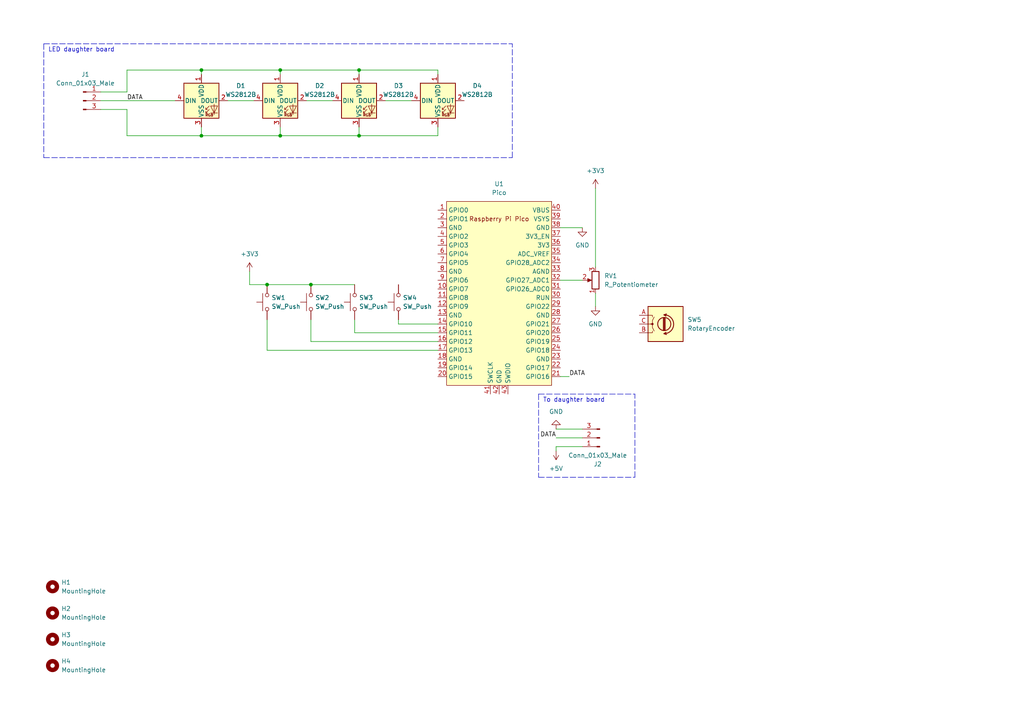
<source format=kicad_sch>
(kicad_sch (version 20211123) (generator eeschema)
  (paper "A4")
  (lib_symbols
    (symbol "Connector:Conn_01x03_Male" (pin_names (offset 1.016) hide)
      (property "Reference" "J" (at 0 5.08 0))
      (property "Value" "Conn_01x03_Male" (at 0 -5.08 0))
      (symbol "Conn_01x03_Male_1_1"
        (polyline (pts (xy 1.27 -2.54) (xy 0.8636 -2.54)) (stroke (width 0.1524)))
        (polyline (pts (xy 1.27 0) (xy 0.8636 0)) (stroke (width 0.1524)))
        (polyline (pts (xy 1.27 2.54) (xy 0.8636 2.54)) (stroke (width 0.1524)))
        (rectangle (start 0.8636 -2.413) (end 0 -2.667) (stroke (width 0.1524)) (fill (type outline)))
        (rectangle (start 0.8636 0.127) (end 0 -0.127) (stroke (width 0.1524)) (fill (type outline)))
        (rectangle (start 0.8636 2.667) (end 0 2.413) (stroke (width 0.1524)) (fill (type outline)))
        (pin passive line (at 5.08 2.54 180) (length 3.81) (name "Pin_1") (number "1"))
        (pin passive line (at 5.08 0 180) (length 3.81) (name "Pin_2") (number "2"))
        (pin passive line (at 5.08 -2.54 180) (length 3.81) (name "Pin_3") (number "3"))
      )
    )
    (symbol "Device:R_Potentiometer" (pin_names (offset 1.016) hide)
      (property "Reference" "RV" (at -4.445 0 90))
      (property "Value" "R_Potentiometer" (at -2.54 0 90))
      (symbol "R_Potentiometer_0_1"
        (polyline (pts (xy 2.54 0) (xy 1.524 0)))
        (polyline (pts (xy 1.143 0) (xy 2.286 0.508) (xy 2.286 -0.508) (xy 1.143 0)) (fill (type outline)))
        (rectangle (start 1.016 2.54) (end -1.016 -2.54) (stroke (width 0.254)))
      )
      (symbol "R_Potentiometer_1_1"
        (pin passive line (at 0 3.81 270) (length 1.27) (name "1") (number "1"))
        (pin passive line (at 3.81 0 180) (length 1.27) (name "2") (number "2"))
        (pin passive line (at 0 -3.81 90) (length 1.27) (name "3") (number "3"))
      )
    )
    (symbol "Device:RotaryEncoder" (pin_names (offset 0.254) hide)
      (property "Reference" "SW" (at 0 6.604 0))
      (property "Value" "RotaryEncoder" (at 0 -6.604 0))
      (symbol "RotaryEncoder_0_1"
        (rectangle (start -5.08 5.08) (end 5.08 -5.08) (stroke (width 0.254)) (fill (type background)))
        (circle (center -3.81 0) (radius 0.254) (fill (type outline)))
        (arc (start -0.381 -2.794) (mid 2.3622 -0.0635) (end -0.381 2.667) (stroke (width 0.254)))
        (circle (center -0.381 0) (radius 1.905) (stroke (width 0.254)))
        (polyline (pts (xy -0.635 -1.778) (xy -0.635 1.778)) (stroke (width 0.254)))
        (polyline (pts (xy -0.381 -1.778) (xy -0.381 1.778)) (stroke (width 0.254)))
        (polyline (pts (xy -0.127 1.778) (xy -0.127 -1.778)) (stroke (width 0.254)))
        (polyline (pts (xy -5.08 -2.54) (xy -3.81 -2.54) (xy -3.81 -2.032)))
        (polyline (pts (xy -5.08 2.54) (xy -3.81 2.54) (xy -3.81 2.032)))
        (polyline (pts (xy 0.254 -3.048) (xy -0.508 -2.794) (xy 0.127 -2.413)) (stroke (width 0.254)))
        (polyline (pts (xy 0.254 2.921) (xy -0.508 2.667) (xy 0.127 2.286)) (stroke (width 0.254)))
        (polyline (pts (xy -5.08 0) (xy -3.81 0) (xy -3.81 -1.016) (xy -3.302 -2.032)))
        (polyline (pts (xy -4.318 0) (xy -3.81 0) (xy -3.81 1.016) (xy -3.302 2.032)))
      )
      (symbol "RotaryEncoder_1_1"
        (pin passive line (at -7.62 2.54 0) (length 2.54) (name "A") (number "A"))
        (pin passive line (at -7.62 -2.54 0) (length 2.54) (name "B") (number "B"))
        (pin passive line (at -7.62 0 0) (length 2.54) (name "C") (number "C"))
      )
    )
    (symbol "LED:WS2812B" (pin_names (offset 0.254))
      (property "Reference" "D" (at 5.08 5.715 0))
      (property "Value" "WS2812B" (at 1.27 -5.715 0))
      (symbol "WS2812B_0_0"
        (text "RGB" (at 2.286 -4.191 0) (effects (font (size 0.762 0.762))))
      )
      (symbol "WS2812B_0_1"
        (polyline (pts (xy 1.27 -3.556) (xy 1.778 -3.556)))
        (polyline (pts (xy 1.27 -2.54) (xy 1.778 -2.54)))
        (polyline (pts (xy 4.699 -3.556) (xy 2.667 -3.556)))
        (polyline (pts (xy 2.286 -2.54) (xy 1.27 -3.556) (xy 1.27 -3.048)))
        (polyline (pts (xy 2.286 -1.524) (xy 1.27 -2.54) (xy 1.27 -2.032)))
        (polyline (pts (xy 3.683 -1.016) (xy 3.683 -3.556) (xy 3.683 -4.064)))
        (polyline (pts (xy 4.699 -1.524) (xy 2.667 -1.524) (xy 3.683 -3.556) (xy 4.699 -1.524)))
        (rectangle (start 5.08 5.08) (end -5.08 -5.08) (stroke (width 0.254)) (fill (type background)))
      )
      (symbol "WS2812B_1_1"
        (pin power_in line (at 0 7.62 270) (length 2.54) (name "VDD") (number "1"))
        (pin output line (at 7.62 0 180) (length 2.54) (name "DOUT") (number "2"))
        (pin power_in line (at 0 -7.62 90) (length 2.54) (name "VSS") (number "3"))
        (pin input line (at -7.62 0 0) (length 2.54) (name "DIN") (number "4"))
      )
    )
    (symbol "MCU_RaspberryPi_and_Boards:Pico"
      (property "Reference" "U" (at -13.97 27.94 0))
      (property "Value" "Pico" (at 0 19.05 0))
      (symbol "Pico_0_0"
        (text "Raspberry Pi Pico" (at 0 21.59 0) (effects (font (size 1.27 1.27))))
      )
      (symbol "Pico_0_1"
        (rectangle (start -15.24 26.67) (end 15.24 -26.67) (fill (type background)))
      )
      (symbol "Pico_1_1"
        (pin bidirectional line (at -17.78 24.13 0) (length 2.54) (name "GPIO0") (number "1"))
        (pin bidirectional line (at -17.78 1.27 0) (length 2.54) (name "GPIO7") (number "10"))
        (pin bidirectional line (at -17.78 -1.27 0) (length 2.54) (name "GPIO8") (number "11"))
        (pin bidirectional line (at -17.78 -3.81 0) (length 2.54) (name "GPIO9") (number "12"))
        (pin power_in line (at -17.78 -6.35 0) (length 2.54) (name "GND") (number "13"))
        (pin bidirectional line (at -17.78 -8.89 0) (length 2.54) (name "GPIO10") (number "14"))
        (pin bidirectional line (at -17.78 -11.43 0) (length 2.54) (name "GPIO11") (number "15"))
        (pin bidirectional line (at -17.78 -13.97 0) (length 2.54) (name "GPIO12") (number "16"))
        (pin bidirectional line (at -17.78 -16.51 0) (length 2.54) (name "GPIO13") (number "17"))
        (pin power_in line (at -17.78 -19.05 0) (length 2.54) (name "GND") (number "18"))
        (pin bidirectional line (at -17.78 -21.59 0) (length 2.54) (name "GPIO14") (number "19"))
        (pin bidirectional line (at -17.78 21.59 0) (length 2.54) (name "GPIO1") (number "2"))
        (pin bidirectional line (at -17.78 -24.13 0) (length 2.54) (name "GPIO15") (number "20"))
        (pin bidirectional line (at 17.78 -24.13 180) (length 2.54) (name "GPIO16") (number "21"))
        (pin bidirectional line (at 17.78 -21.59 180) (length 2.54) (name "GPIO17") (number "22"))
        (pin power_in line (at 17.78 -19.05 180) (length 2.54) (name "GND") (number "23"))
        (pin bidirectional line (at 17.78 -16.51 180) (length 2.54) (name "GPIO18") (number "24"))
        (pin bidirectional line (at 17.78 -13.97 180) (length 2.54) (name "GPIO19") (number "25"))
        (pin bidirectional line (at 17.78 -11.43 180) (length 2.54) (name "GPIO20") (number "26"))
        (pin bidirectional line (at 17.78 -8.89 180) (length 2.54) (name "GPIO21") (number "27"))
        (pin power_in line (at 17.78 -6.35 180) (length 2.54) (name "GND") (number "28"))
        (pin bidirectional line (at 17.78 -3.81 180) (length 2.54) (name "GPIO22") (number "29"))
        (pin power_in line (at -17.78 19.05 0) (length 2.54) (name "GND") (number "3"))
        (pin input line (at 17.78 -1.27 180) (length 2.54) (name "RUN") (number "30"))
        (pin bidirectional line (at 17.78 1.27 180) (length 2.54) (name "GPIO26_ADC0") (number "31"))
        (pin bidirectional line (at 17.78 3.81 180) (length 2.54) (name "GPIO27_ADC1") (number "32"))
        (pin power_in line (at 17.78 6.35 180) (length 2.54) (name "AGND") (number "33"))
        (pin bidirectional line (at 17.78 8.89 180) (length 2.54) (name "GPIO28_ADC2") (number "34"))
        (pin power_in line (at 17.78 11.43 180) (length 2.54) (name "ADC_VREF") (number "35"))
        (pin power_in line (at 17.78 13.97 180) (length 2.54) (name "3V3") (number "36"))
        (pin input line (at 17.78 16.51 180) (length 2.54) (name "3V3_EN") (number "37"))
        (pin bidirectional line (at 17.78 19.05 180) (length 2.54) (name "GND") (number "38"))
        (pin power_in line (at 17.78 21.59 180) (length 2.54) (name "VSYS") (number "39"))
        (pin bidirectional line (at -17.78 16.51 0) (length 2.54) (name "GPIO2") (number "4"))
        (pin power_in line (at 17.78 24.13 180) (length 2.54) (name "VBUS") (number "40"))
        (pin input line (at -2.54 -29.21 90) (length 2.54) (name "SWCLK") (number "41"))
        (pin power_in line (at 0 -29.21 90) (length 2.54) (name "GND") (number "42"))
        (pin bidirectional line (at 2.54 -29.21 90) (length 2.54) (name "SWDIO") (number "43"))
        (pin bidirectional line (at -17.78 13.97 0) (length 2.54) (name "GPIO3") (number "5"))
        (pin bidirectional line (at -17.78 11.43 0) (length 2.54) (name "GPIO4") (number "6"))
        (pin bidirectional line (at -17.78 8.89 0) (length 2.54) (name "GPIO5") (number "7"))
        (pin power_in line (at -17.78 6.35 0) (length 2.54) (name "GND") (number "8"))
        (pin bidirectional line (at -17.78 3.81 0) (length 2.54) (name "GPIO6") (number "9"))
      )
    )
    (symbol "Mechanical:MountingHole" (pin_names (offset 1.016))
      (property "Reference" "H" (at 0 5.08 0))
      (property "Value" "MountingHole" (at 0 3.175 0))
      (symbol "MountingHole_0_1"
        (circle (center 0 0) (radius 1.27) (stroke (width 1.27)))
      )
    )
    (symbol "Switch:SW_Push" (pin_numbers hide) (pin_names (offset 1.016) hide)
      (property "Reference" "SW" (at 1.27 2.54 0))
      (property "Value" "SW_Push" (at 0 -1.524 0))
      (symbol "SW_Push_0_1"
        (circle (center -2.032 0) (radius 0.508))
        (polyline (pts (xy 0 1.27) (xy 0 3.048)))
        (polyline (pts (xy 2.54 1.27) (xy -2.54 1.27)))
        (circle (center 2.032 0) (radius 0.508))
        (pin passive line (at -5.08 0 0) (length 2.54) (name "1") (number "1"))
        (pin passive line (at 5.08 0 180) (length 2.54) (name "2") (number "2"))
      )
    )
    (symbol "power:+3.3V" (power) (pin_names (offset 0))
      (property "Value" "+3.3V" (at 0 3.556 0))
      (symbol "+3.3V_0_1"
        (polyline (pts (xy -0.762 1.27) (xy 0 2.54)))
        (polyline (pts (xy 0 0) (xy 0 2.54)))
        (polyline (pts (xy 0 2.54) (xy 0.762 1.27)))
      )
      (symbol "+3.3V_1_1"
        (pin power_in line (at 0 0 90) (length 0) hide (name "+3V3") (number "1"))
      )
    )
    (symbol "power:+5V" (power) (pin_names (offset 0))
      (property "Value" "+5V" (at 0 3.556 0))
      (symbol "+5V_0_1"
        (polyline (pts (xy -0.762 1.27) (xy 0 2.54)))
        (polyline (pts (xy 0 0) (xy 0 2.54)))
        (polyline (pts (xy 0 2.54) (xy 0.762 1.27)))
      )
      (symbol "+5V_1_1"
        (pin power_in line (at 0 0 90) (length 0) hide (name "+5V") (number "1"))
      )
    )
    (symbol "power:GND" (power) (pin_names (offset 0))
      (property "Value" "GND" (at 0 -3.81 0))
      (symbol "GND_0_1"
        (polyline (pts (xy 0 0) (xy 0 -1.27) (xy 1.27 -1.27) (xy 0 -2.54) (xy -1.27 -1.27) (xy 0 -1.27)))
      )
      (symbol "GND_1_1"
        (pin power_in line (at 0 0 270) (length 0) hide (name "GND") (number "1"))
      )
    )
  )
  (junction (at 81.28 39.37))
  (junction (at 77.47 82.55))
  (junction (at 90.17 82.55))
  (junction (at 58.42 39.37))
  (junction (at 81.28 20.32))
  (junction (at 104.14 39.37))
  (junction (at 58.42 20.32))
  (junction (at 104.14 20.32))
  (wire (pts (xy 88.9 29.21) (xy 96.52 29.21)))
  (wire (pts (xy 77.47 82.55) (xy 90.17 82.55)))
  (wire (pts (xy 90.17 92.71) (xy 90.17 99.06)))
  (wire (pts (xy 72.39 82.55) (xy 77.47 82.55)))
  (wire (pts (xy 29.21 31.75) (xy 36.83 31.75)))
  (wire (pts (xy 58.42 20.32) (xy 58.42 21.59)))
  (polyline (pts (xy 184.15 138.43) (xy 184.15 114.3)))
  (wire (pts (xy 102.87 96.52) (xy 127 96.52)))
  (wire (pts (xy 162.56 109.22) (xy 165.1 109.22)))
  (wire (pts (xy 58.42 20.32) (xy 81.28 20.32)))
  (wire (pts (xy 162.56 81.28) (xy 168.91 81.28)))
  (wire (pts (xy 81.28 36.83) (xy 81.28 39.37)))
  (wire (pts (xy 90.17 82.55) (xy 102.87 82.55)))
  (wire (pts (xy 77.47 92.71) (xy 77.47 101.6)))
  (wire (pts (xy 29.21 29.21) (xy 50.8 29.21)))
  (wire (pts (xy 81.28 39.37) (xy 58.42 39.37)))
  (wire (pts (xy 81.28 21.59) (xy 81.28 20.32)))
  (polyline (pts (xy 156.21 114.3) (xy 156.21 138.43)))
  (polyline (pts (xy 12.7 45.72) (xy 148.59 45.72)))
  (wire (pts (xy 115.57 93.98) (xy 127 93.98)))
  (wire (pts (xy 127 39.37) (xy 104.14 39.37)))
  (wire (pts (xy 127 36.83) (xy 127 39.37)))
  (wire (pts (xy 127 20.32) (xy 104.14 20.32)))
  (wire (pts (xy 104.14 20.32) (xy 81.28 20.32)))
  (wire (pts (xy 66.04 29.21) (xy 73.66 29.21)))
  (wire (pts (xy 29.21 26.67) (xy 36.83 26.67)))
  (wire (pts (xy 172.72 85.09) (xy 172.72 88.9)))
  (polyline (pts (xy 148.59 45.72) (xy 148.59 12.7)))
  (wire (pts (xy 36.83 39.37) (xy 58.42 39.37)))
  (wire (pts (xy 104.14 36.83) (xy 104.14 39.37)))
  (polyline (pts (xy 12.7 12.7) (xy 148.59 12.7)))
  (polyline (pts (xy 156.21 114.3) (xy 184.15 114.3)))
  (wire (pts (xy 36.83 20.32) (xy 58.42 20.32)))
  (wire (pts (xy 168.91 129.54) (xy 161.29 129.54)))
  (polyline (pts (xy 156.21 138.43) (xy 184.15 138.43)))
  (wire (pts (xy 168.91 124.46) (xy 161.29 124.46)))
  (polyline (pts (xy 12.7 12.7) (xy 12.7 45.72)))
  (wire (pts (xy 36.83 31.75) (xy 36.83 39.37)))
  (wire (pts (xy 36.83 20.32) (xy 36.83 26.67)))
  (wire (pts (xy 127 21.59) (xy 127 20.32)))
  (wire (pts (xy 115.57 92.71) (xy 115.57 93.98)))
  (wire (pts (xy 111.76 29.21) (xy 119.38 29.21)))
  (wire (pts (xy 104.14 21.59) (xy 104.14 20.32)))
  (wire (pts (xy 127 101.6) (xy 77.47 101.6)))
  (wire (pts (xy 162.56 66.04) (xy 168.91 66.04)))
  (wire (pts (xy 58.42 36.83) (xy 58.42 39.37)))
  (wire (pts (xy 172.72 54.61) (xy 172.72 77.47)))
  (wire (pts (xy 72.39 78.74) (xy 72.39 82.55)))
  (wire (pts (xy 161.29 129.54) (xy 161.29 130.81)))
  (wire (pts (xy 102.87 92.71) (xy 102.87 96.52)))
  (wire (pts (xy 127 99.06) (xy 90.17 99.06)))
  (wire (pts (xy 104.14 39.37) (xy 81.28 39.37)))
  (wire (pts (xy 168.91 127) (xy 161.29 127)))
  (text "LED daughter board" (at 13.97 15.24 0) (effects (font (size 1.27 1.27)) (justify left bottom)))
  (text "To daughter board" (at 157.48 116.84 0) (effects (font (size 1.27 1.27)) (justify left bottom)))
  (label "DATA" (at 36.83 29.21 0))
  (label "DATA" (at 161.29 127 180))
  (label "DATA" (at 165.1 109.22 0))
  (symbol (lib_id "power:GND") (at 168.91 66.04 0) (unit 1)
    (property "Reference" "#PWR0103" (effects hide))
    (property "Value" "GND" (at 168.91 71.12 0))
  )
  (symbol (lib_id "Switch:SW_Push") (at 115.57 87.63 90) (unit 1)
    (property "Reference" "SW4" (at 116.84 86.3599 90) (effects (justify right)))
    (property "Value" "SW_Push" (at 116.84 88.8999 90) (effects (justify right)))
    (property "Footprint" "Button_Switch_Keyboard:SW_Cherry_MX_1.00u_PCB" (effects hide))
  )
  (symbol (lib_id "Mechanical:MountingHole") (at 15.24 185.42 0) (unit 1)
    (property "Reference" "H3" (at 17.78 184.1499 0) (effects (justify left)))
    (property "Value" "MountingHole" (at 17.78 186.6899 0) (effects (justify left)))
    (property "Footprint" "MountingHole:MountingHole_2.7mm_M2.5" (effects hide))
  )
  (symbol (lib_id "Connector:Conn_01x03_Male") (at 173.99 127 180) (unit 1)
    (property "Reference" "J2" (at 173.355 134.62 0))
    (property "Value" "Conn_01x03_Male" (at 173.355 132.08 0))
    (property "Footprint" "Connector_JST:JST_PH_S3B-PH-K_1x03_P2.00mm_Horizontal" (effects hide))
  )
  (symbol (lib_id "Switch:SW_Push") (at 102.87 87.63 90) (unit 1)
    (property "Reference" "SW3" (at 104.14 86.3599 90) (effects (justify right)))
    (property "Value" "SW_Push" (at 104.14 88.8999 90) (effects (justify right)))
    (property "Footprint" "Button_Switch_Keyboard:SW_Cherry_MX_1.00u_PCB" (effects hide))
  )
  (symbol (lib_id "MCU_RaspberryPi_and_Boards:Pico") (at 144.78 85.09 0) (unit 1)
    (property "Reference" "U1" (at 144.78 53.34 0))
    (property "Value" "Pico" (at 144.78 55.88 0))
    (property "Footprint" "MCU_RaspberryPi_and_Boards:RPi_Pico_SMD_TH" (effects hide))
  )
  (symbol (lib_id "LED:WS2812B") (at 58.42 29.21 0) (unit 1)
    (property "Reference" "D1" (at 69.85 24.8793 0))
    (property "Value" "WS2812B" (at 69.85 27.4193 0))
    (property "Footprint" "LED_SMD:LED_WS2812B_PLCC4_5.0x5.0mm_P3.2mm" (effects hide))
    (property "Datasheet" "https://cdn-shop.adafruit.com/datasheets/WS2812B.pdf" (effects hide))
  )
  (symbol (lib_id "power:GND") (at 161.29 124.46 180) (unit 1)
    (property "Reference" "#PWR0105" (effects hide))
    (property "Value" "GND" (at 161.29 119.38 0))
  )
  (symbol (lib_id "LED:WS2812B") (at 81.28 29.21 0) (unit 1)
    (property "Reference" "D2" (at 92.71 24.8793 0))
    (property "Value" "WS2812B" (at 92.71 27.4193 0))
    (property "Footprint" "LED_SMD:LED_WS2812B_PLCC4_5.0x5.0mm_P3.2mm" (effects hide))
    (property "Datasheet" "https://cdn-shop.adafruit.com/datasheets/WS2812B.pdf" (effects hide))
  )
  (symbol (lib_id "Mechanical:MountingHole") (at 15.24 193.04 0) (unit 1)
    (property "Reference" "H4" (at 17.78 191.7699 0) (effects (justify left)))
    (property "Value" "MountingHole" (at 17.78 194.3099 0) (effects (justify left)))
    (property "Footprint" "MountingHole:MountingHole_2.7mm_M2.5" (effects hide))
  )
  (symbol (lib_id "power:+3.3V") (at 72.39 78.74 0) (unit 1)
    (property "Reference" "#PWR0104" (effects hide))
    (property "Value" "+3.3V" (at 72.39 73.66 0))
  )
  (symbol (lib_id "power:GND") (at 172.72 88.9 0) (unit 1)
    (property "Reference" "#PWR0101" (effects hide))
    (property "Value" "GND" (at 172.72 93.98 0))
  )
  (symbol (lib_id "Switch:SW_Push") (at 77.47 87.63 90) (unit 1)
    (property "Reference" "SW1" (at 78.74 86.3599 90) (effects (justify right)))
    (property "Value" "SW_Push" (at 78.74 88.8999 90) (effects (justify right)))
    (property "Footprint" "Button_Switch_Keyboard:SW_Cherry_MX_1.00u_PCB" (effects hide))
  )
  (symbol (lib_id "Mechanical:MountingHole") (at 15.24 177.8 0) (unit 1)
    (property "Reference" "H2" (at 17.78 176.5299 0) (effects (justify left)))
    (property "Value" "MountingHole" (at 17.78 179.0699 0) (effects (justify left)))
    (property "Footprint" "MountingHole:MountingHole_2.7mm_M2.5" (effects hide))
  )
  (symbol (lib_id "Device:R_Potentiometer") (at 172.72 81.28 180) (unit 1)
    (property "Reference" "RV1" (at 175.26 80.0099 0) (effects (justify right)))
    (property "Value" "R_Potentiometer" (at 175.26 82.5499 0) (effects (justify right)))
    (property "Footprint" "Potentiometer_THT:Potentiometer_ACP_CA6-H2,5_Horizontal" (effects hide))
  )
  (symbol (lib_id "Switch:SW_Push") (at 90.17 87.63 90) (unit 1)
    (property "Reference" "SW2" (at 91.44 86.3599 90) (effects (justify right)))
    (property "Value" "SW_Push" (at 91.44 88.8999 90) (effects (justify right)))
    (property "Footprint" "Button_Switch_Keyboard:SW_Cherry_MX_1.00u_PCB" (effects hide))
  )
  (symbol (lib_id "Mechanical:MountingHole") (at 15.24 170.18 0) (unit 1)
    (property "Reference" "H1" (at 17.78 168.9099 0) (effects (justify left)))
    (property "Value" "MountingHole" (at 17.78 171.4499 0) (effects (justify left)))
    (property "Footprint" "MountingHole:MountingHole_2.7mm_M2.5" (effects hide))
  )
  (symbol (lib_id "LED:WS2812B") (at 127 29.21 0) (unit 1)
    (property "Reference" "D4" (at 138.43 24.8793 0))
    (property "Value" "WS2812B" (at 138.43 27.4193 0))
    (property "Footprint" "LED_SMD:LED_WS2812B_PLCC4_5.0x5.0mm_P3.2mm" (effects hide))
    (property "Datasheet" "https://cdn-shop.adafruit.com/datasheets/WS2812B.pdf" (effects hide))
  )
  (symbol (lib_id "Connector:Conn_01x03_Male") (at 24.13 29.21 0) (unit 1)
    (property "Reference" "J1" (at 24.765 21.59 0))
    (property "Value" "Conn_01x03_Male" (at 24.765 24.13 0))
    (property "Footprint" "Connector_JST:JST_PH_S3B-PH-K_1x03_P2.00mm_Horizontal" (effects hide))
  )
  (symbol (lib_id "power:+3.3V") (at 172.72 54.61 0) (unit 1)
    (property "Reference" "#PWR0102" (effects hide))
    (property "Value" "+3.3V" (at 172.72 49.53 0))
  )
  (symbol (lib_id "LED:WS2812B") (at 104.14 29.21 0) (unit 1)
    (property "Reference" "D3" (at 115.57 24.8793 0))
    (property "Value" "WS2812B" (at 115.57 27.4193 0))
    (property "Footprint" "LED_SMD:LED_WS2812B_PLCC4_5.0x5.0mm_P3.2mm" (effects hide))
    (property "Datasheet" "https://cdn-shop.adafruit.com/datasheets/WS2812B.pdf" (effects hide))
  )
  (symbol (lib_id "power:+5V") (at 161.29 130.81 180) (unit 1)
    (property "Reference" "#PWR0106" (effects hide))
    (property "Value" "+5V" (at 161.29 135.89 0))
  )
  (symbol (lib_id "Device:RotaryEncoder") (at 193.04 93.98 0) (unit 1)
    (property "Reference" "SW5" (at 199.39 92.7099 0) (effects (justify left)))
    (property "Value" "RotaryEncoder" (at 199.39 95.2499 0) (effects (justify left)))
  )
)
</source>
